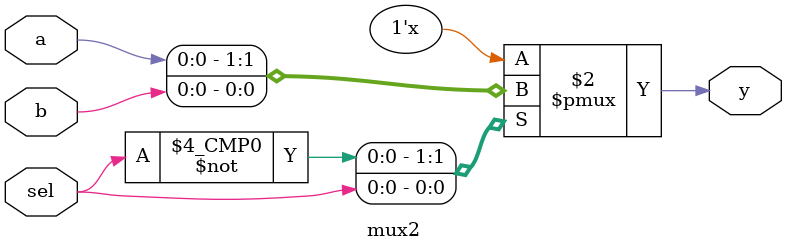
<source format=sv>
module mux2(a,b,sel,y);
	input logic a,b,sel;
	output logic y;
	
	always@(*) begin
		case (sel)
			1'b0: y<=a;
			1'b1: y<=b;
		endcase
	end
endmodule
</source>
